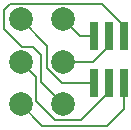
<source format=gbr>
%TF.GenerationSoftware,KiCad,Pcbnew,9.0.0*%
%TF.CreationDate,2025-03-28T11:18:48-04:00*%
%TF.ProjectId,BitaxeGT-Prog,42697461-7865-4475-942d-50726f672e6b,rev?*%
%TF.SameCoordinates,Original*%
%TF.FileFunction,Copper,L2,Bot*%
%TF.FilePolarity,Positive*%
%FSLAX46Y46*%
G04 Gerber Fmt 4.6, Leading zero omitted, Abs format (unit mm)*
G04 Created by KiCad (PCBNEW 9.0.0) date 2025-03-28 11:18:48*
%MOMM*%
%LPD*%
G01*
G04 APERTURE LIST*
%TA.AperFunction,ComponentPad*%
%ADD10C,2.000000*%
%TD*%
%TA.AperFunction,SMDPad,CuDef*%
%ADD11R,0.740000X2.400000*%
%TD*%
%TA.AperFunction,Conductor*%
%ADD12C,0.200000*%
%TD*%
G04 APERTURE END LIST*
D10*
%TO.P,J4,1,Pin_1*%
%TO.N,/EN*%
X145500000Y-83700000D03*
%TO.P,J4,2,Pin_2*%
%TO.N,/3V3*%
X141900000Y-83700000D03*
%TO.P,J4,3,Pin_3*%
%TO.N,/P_TX*%
X145500000Y-87300000D03*
%TO.P,J4,4,Pin_4*%
%TO.N,/GND*%
X141900000Y-87300000D03*
%TO.P,J4,5,Pin_5*%
%TO.N,/P_RX*%
X145500000Y-90900000D03*
%TO.P,J4,6,Pin_6*%
%TO.N,/IO0*%
X141900000Y-90900000D03*
%TD*%
D11*
%TO.P,J3,1,Pin_1*%
%TO.N,/EN*%
X148055000Y-85145000D03*
%TO.P,J3,2,Pin_2*%
%TO.N,/3V3*%
X148055000Y-89045000D03*
%TO.P,J3,3,Pin_3*%
%TO.N,/P_TX*%
X149325000Y-85145000D03*
%TO.P,J3,4,Pin_4*%
%TO.N,/GND*%
X149325000Y-89045000D03*
%TO.P,J3,5,Pin_5*%
%TO.N,/P_RX*%
X150595000Y-85145000D03*
%TO.P,J3,6,Pin_6*%
%TO.N,/IO0*%
X150595000Y-89045000D03*
%TD*%
D12*
%TO.N,/EN*%
X146945000Y-85145000D02*
X145500000Y-83700000D01*
X148055000Y-85145000D02*
X146945000Y-85145000D01*
%TO.N,/P_TX*%
X148000000Y-87300000D02*
X145500000Y-87300000D01*
X149325000Y-85975000D02*
X148000000Y-87300000D01*
X149325000Y-85145000D02*
X149325000Y-85975000D01*
%TO.N,/P_RX*%
X140981054Y-82399000D02*
X140500000Y-82880054D01*
X143602000Y-89002000D02*
X145500000Y-90900000D01*
X140500000Y-84500000D02*
X141999000Y-85999000D01*
X140500000Y-82880054D02*
X140500000Y-84500000D01*
X141999000Y-85999000D02*
X142929000Y-85999000D01*
X150595000Y-84243000D02*
X148751000Y-82399000D01*
X142929000Y-85999000D02*
X143602000Y-86672000D01*
X143602000Y-86672000D02*
X143602000Y-89002000D01*
X148751000Y-82399000D02*
X140981054Y-82399000D01*
X150595000Y-85145000D02*
X150595000Y-84243000D01*
%TO.N,/3V3*%
X144125000Y-85925000D02*
X141900000Y-83700000D01*
X144125000Y-87795000D02*
X144125000Y-85925000D01*
X148055000Y-89045000D02*
X145375000Y-89045000D01*
X145375000Y-89045000D02*
X144125000Y-87795000D01*
%TO.N,/IO0*%
X150595000Y-91325000D02*
X149220000Y-92700000D01*
X143700000Y-92700000D02*
X141900000Y-90900000D01*
X149220000Y-92700000D02*
X143700000Y-92700000D01*
X150595000Y-89045000D02*
X150595000Y-91325000D01*
%TO.N,/GND*%
X146999000Y-92201000D02*
X144807000Y-92201000D01*
X149325000Y-89875000D02*
X146999000Y-92201000D01*
X144807000Y-92201000D02*
X143201000Y-90595000D01*
X143201000Y-90595000D02*
X143201000Y-88601000D01*
X143201000Y-88601000D02*
X141900000Y-87300000D01*
X149325000Y-89045000D02*
X149325000Y-89875000D01*
%TD*%
M02*

</source>
